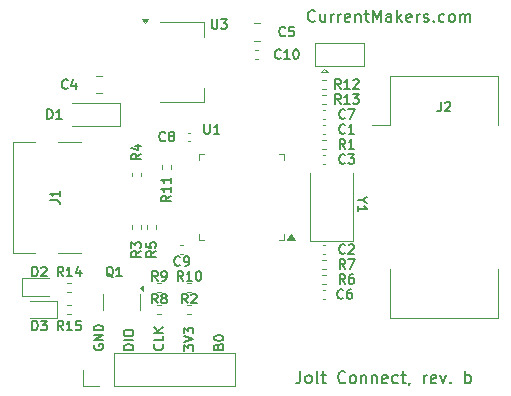
<source format=gto>
%TF.GenerationSoftware,KiCad,Pcbnew,9.0.4+dfsg-1*%
%TF.CreationDate,2025-10-02T09:05:41+08:00*%
%TF.ProjectId,stlink,73746c69-6e6b-42e6-9b69-6361645f7063,b*%
%TF.SameCoordinates,Original*%
%TF.FileFunction,Legend,Top*%
%TF.FilePolarity,Positive*%
%FSLAX45Y45*%
G04 Gerber Fmt 4.5, Leading zero omitted, Abs format (unit mm)*
G04 Created by KiCad (PCBNEW 9.0.4+dfsg-1) date 2025-10-02 09:05:41*
%MOMM*%
%LPD*%
G01*
G04 APERTURE LIST*
%ADD10C,0.150000*%
%ADD11C,0.120000*%
G04 APERTURE END LIST*
D10*
X11395110Y-10136170D02*
X11398920Y-10139979D01*
X11398920Y-10139979D02*
X11402729Y-10151408D01*
X11402729Y-10151408D02*
X11402729Y-10159027D01*
X11402729Y-10159027D02*
X11398920Y-10170455D01*
X11398920Y-10170455D02*
X11391301Y-10178074D01*
X11391301Y-10178074D02*
X11383682Y-10181884D01*
X11383682Y-10181884D02*
X11368444Y-10185694D01*
X11368444Y-10185694D02*
X11357015Y-10185694D01*
X11357015Y-10185694D02*
X11341777Y-10181884D01*
X11341777Y-10181884D02*
X11334158Y-10178074D01*
X11334158Y-10178074D02*
X11326539Y-10170455D01*
X11326539Y-10170455D02*
X11322729Y-10159027D01*
X11322729Y-10159027D02*
X11322729Y-10151408D01*
X11322729Y-10151408D02*
X11326539Y-10139979D01*
X11326539Y-10139979D02*
X11330348Y-10136170D01*
X11402729Y-10063789D02*
X11402729Y-10101884D01*
X11402729Y-10101884D02*
X11322729Y-10101884D01*
X11402729Y-10037122D02*
X11322729Y-10037122D01*
X11402729Y-9991408D02*
X11357015Y-10025694D01*
X11322729Y-9991408D02*
X11368444Y-10037122D01*
X11148730Y-10181884D02*
X11068730Y-10181884D01*
X11068730Y-10181884D02*
X11068730Y-10162836D01*
X11068730Y-10162836D02*
X11072539Y-10151408D01*
X11072539Y-10151408D02*
X11080158Y-10143789D01*
X11080158Y-10143789D02*
X11087777Y-10139979D01*
X11087777Y-10139979D02*
X11103015Y-10136170D01*
X11103015Y-10136170D02*
X11114444Y-10136170D01*
X11114444Y-10136170D02*
X11129682Y-10139979D01*
X11129682Y-10139979D02*
X11137301Y-10143789D01*
X11137301Y-10143789D02*
X11144920Y-10151408D01*
X11144920Y-10151408D02*
X11148730Y-10162836D01*
X11148730Y-10162836D02*
X11148730Y-10181884D01*
X11148730Y-10101884D02*
X11068730Y-10101884D01*
X11068730Y-10048551D02*
X11068730Y-10033313D01*
X11068730Y-10033313D02*
X11072539Y-10025694D01*
X11072539Y-10025694D02*
X11080158Y-10018074D01*
X11080158Y-10018074D02*
X11095396Y-10014265D01*
X11095396Y-10014265D02*
X11122063Y-10014265D01*
X11122063Y-10014265D02*
X11137301Y-10018074D01*
X11137301Y-10018074D02*
X11144920Y-10025694D01*
X11144920Y-10025694D02*
X11148730Y-10033313D01*
X11148730Y-10033313D02*
X11148730Y-10048551D01*
X11148730Y-10048551D02*
X11144920Y-10056170D01*
X11144920Y-10056170D02*
X11137301Y-10063789D01*
X11137301Y-10063789D02*
X11122063Y-10067598D01*
X11122063Y-10067598D02*
X11095396Y-10067598D01*
X11095396Y-10067598D02*
X11080158Y-10063789D01*
X11080158Y-10063789D02*
X11072539Y-10056170D01*
X11072539Y-10056170D02*
X11068730Y-10048551D01*
X12561726Y-10364482D02*
X12561726Y-10435910D01*
X12561726Y-10435910D02*
X12556965Y-10450196D01*
X12556965Y-10450196D02*
X12547441Y-10459720D01*
X12547441Y-10459720D02*
X12533155Y-10464482D01*
X12533155Y-10464482D02*
X12523631Y-10464482D01*
X12623631Y-10464482D02*
X12614107Y-10459720D01*
X12614107Y-10459720D02*
X12609346Y-10454958D01*
X12609346Y-10454958D02*
X12604584Y-10445434D01*
X12604584Y-10445434D02*
X12604584Y-10416863D01*
X12604584Y-10416863D02*
X12609346Y-10407339D01*
X12609346Y-10407339D02*
X12614107Y-10402577D01*
X12614107Y-10402577D02*
X12623631Y-10397815D01*
X12623631Y-10397815D02*
X12637917Y-10397815D01*
X12637917Y-10397815D02*
X12647441Y-10402577D01*
X12647441Y-10402577D02*
X12652203Y-10407339D01*
X12652203Y-10407339D02*
X12656965Y-10416863D01*
X12656965Y-10416863D02*
X12656965Y-10445434D01*
X12656965Y-10445434D02*
X12652203Y-10454958D01*
X12652203Y-10454958D02*
X12647441Y-10459720D01*
X12647441Y-10459720D02*
X12637917Y-10464482D01*
X12637917Y-10464482D02*
X12623631Y-10464482D01*
X12714107Y-10464482D02*
X12704584Y-10459720D01*
X12704584Y-10459720D02*
X12699822Y-10450196D01*
X12699822Y-10450196D02*
X12699822Y-10364482D01*
X12737917Y-10397815D02*
X12776012Y-10397815D01*
X12752203Y-10364482D02*
X12752203Y-10450196D01*
X12752203Y-10450196D02*
X12756965Y-10459720D01*
X12756965Y-10459720D02*
X12766488Y-10464482D01*
X12766488Y-10464482D02*
X12776012Y-10464482D01*
X12942679Y-10454958D02*
X12937917Y-10459720D01*
X12937917Y-10459720D02*
X12923631Y-10464482D01*
X12923631Y-10464482D02*
X12914108Y-10464482D01*
X12914108Y-10464482D02*
X12899822Y-10459720D01*
X12899822Y-10459720D02*
X12890298Y-10450196D01*
X12890298Y-10450196D02*
X12885536Y-10440672D01*
X12885536Y-10440672D02*
X12880774Y-10421625D01*
X12880774Y-10421625D02*
X12880774Y-10407339D01*
X12880774Y-10407339D02*
X12885536Y-10388291D01*
X12885536Y-10388291D02*
X12890298Y-10378768D01*
X12890298Y-10378768D02*
X12899822Y-10369244D01*
X12899822Y-10369244D02*
X12914108Y-10364482D01*
X12914108Y-10364482D02*
X12923631Y-10364482D01*
X12923631Y-10364482D02*
X12937917Y-10369244D01*
X12937917Y-10369244D02*
X12942679Y-10374006D01*
X12999822Y-10464482D02*
X12990298Y-10459720D01*
X12990298Y-10459720D02*
X12985536Y-10454958D01*
X12985536Y-10454958D02*
X12980774Y-10445434D01*
X12980774Y-10445434D02*
X12980774Y-10416863D01*
X12980774Y-10416863D02*
X12985536Y-10407339D01*
X12985536Y-10407339D02*
X12990298Y-10402577D01*
X12990298Y-10402577D02*
X12999822Y-10397815D01*
X12999822Y-10397815D02*
X13014108Y-10397815D01*
X13014108Y-10397815D02*
X13023631Y-10402577D01*
X13023631Y-10402577D02*
X13028393Y-10407339D01*
X13028393Y-10407339D02*
X13033155Y-10416863D01*
X13033155Y-10416863D02*
X13033155Y-10445434D01*
X13033155Y-10445434D02*
X13028393Y-10454958D01*
X13028393Y-10454958D02*
X13023631Y-10459720D01*
X13023631Y-10459720D02*
X13014108Y-10464482D01*
X13014108Y-10464482D02*
X12999822Y-10464482D01*
X13076012Y-10397815D02*
X13076012Y-10464482D01*
X13076012Y-10407339D02*
X13080774Y-10402577D01*
X13080774Y-10402577D02*
X13090298Y-10397815D01*
X13090298Y-10397815D02*
X13104584Y-10397815D01*
X13104584Y-10397815D02*
X13114108Y-10402577D01*
X13114108Y-10402577D02*
X13118869Y-10412101D01*
X13118869Y-10412101D02*
X13118869Y-10464482D01*
X13166489Y-10397815D02*
X13166489Y-10464482D01*
X13166489Y-10407339D02*
X13171250Y-10402577D01*
X13171250Y-10402577D02*
X13180774Y-10397815D01*
X13180774Y-10397815D02*
X13195060Y-10397815D01*
X13195060Y-10397815D02*
X13204584Y-10402577D01*
X13204584Y-10402577D02*
X13209346Y-10412101D01*
X13209346Y-10412101D02*
X13209346Y-10464482D01*
X13295060Y-10459720D02*
X13285536Y-10464482D01*
X13285536Y-10464482D02*
X13266489Y-10464482D01*
X13266489Y-10464482D02*
X13256965Y-10459720D01*
X13256965Y-10459720D02*
X13252203Y-10450196D01*
X13252203Y-10450196D02*
X13252203Y-10412101D01*
X13252203Y-10412101D02*
X13256965Y-10402577D01*
X13256965Y-10402577D02*
X13266489Y-10397815D01*
X13266489Y-10397815D02*
X13285536Y-10397815D01*
X13285536Y-10397815D02*
X13295060Y-10402577D01*
X13295060Y-10402577D02*
X13299822Y-10412101D01*
X13299822Y-10412101D02*
X13299822Y-10421625D01*
X13299822Y-10421625D02*
X13252203Y-10431149D01*
X13385536Y-10459720D02*
X13376012Y-10464482D01*
X13376012Y-10464482D02*
X13356965Y-10464482D01*
X13356965Y-10464482D02*
X13347441Y-10459720D01*
X13347441Y-10459720D02*
X13342679Y-10454958D01*
X13342679Y-10454958D02*
X13337917Y-10445434D01*
X13337917Y-10445434D02*
X13337917Y-10416863D01*
X13337917Y-10416863D02*
X13342679Y-10407339D01*
X13342679Y-10407339D02*
X13347441Y-10402577D01*
X13347441Y-10402577D02*
X13356965Y-10397815D01*
X13356965Y-10397815D02*
X13376012Y-10397815D01*
X13376012Y-10397815D02*
X13385536Y-10402577D01*
X13414108Y-10397815D02*
X13452203Y-10397815D01*
X13428393Y-10364482D02*
X13428393Y-10450196D01*
X13428393Y-10450196D02*
X13433155Y-10459720D01*
X13433155Y-10459720D02*
X13442679Y-10464482D01*
X13442679Y-10464482D02*
X13452203Y-10464482D01*
X13490298Y-10459720D02*
X13490298Y-10464482D01*
X13490298Y-10464482D02*
X13485536Y-10474006D01*
X13485536Y-10474006D02*
X13480774Y-10478768D01*
X13609346Y-10464482D02*
X13609346Y-10397815D01*
X13609346Y-10416863D02*
X13614108Y-10407339D01*
X13614108Y-10407339D02*
X13618870Y-10402577D01*
X13618870Y-10402577D02*
X13628393Y-10397815D01*
X13628393Y-10397815D02*
X13637917Y-10397815D01*
X13709346Y-10459720D02*
X13699822Y-10464482D01*
X13699822Y-10464482D02*
X13680774Y-10464482D01*
X13680774Y-10464482D02*
X13671251Y-10459720D01*
X13671251Y-10459720D02*
X13666489Y-10450196D01*
X13666489Y-10450196D02*
X13666489Y-10412101D01*
X13666489Y-10412101D02*
X13671251Y-10402577D01*
X13671251Y-10402577D02*
X13680774Y-10397815D01*
X13680774Y-10397815D02*
X13699822Y-10397815D01*
X13699822Y-10397815D02*
X13709346Y-10402577D01*
X13709346Y-10402577D02*
X13714108Y-10412101D01*
X13714108Y-10412101D02*
X13714108Y-10421625D01*
X13714108Y-10421625D02*
X13666489Y-10431149D01*
X13747441Y-10397815D02*
X13771251Y-10464482D01*
X13771251Y-10464482D02*
X13795060Y-10397815D01*
X13833155Y-10454958D02*
X13837917Y-10459720D01*
X13837917Y-10459720D02*
X13833155Y-10464482D01*
X13833155Y-10464482D02*
X13828393Y-10459720D01*
X13828393Y-10459720D02*
X13833155Y-10454958D01*
X13833155Y-10454958D02*
X13833155Y-10464482D01*
X13956965Y-10464482D02*
X13956965Y-10364482D01*
X13956965Y-10402577D02*
X13966489Y-10397815D01*
X13966489Y-10397815D02*
X13985536Y-10397815D01*
X13985536Y-10397815D02*
X13995060Y-10402577D01*
X13995060Y-10402577D02*
X13999822Y-10407339D01*
X13999822Y-10407339D02*
X14004584Y-10416863D01*
X14004584Y-10416863D02*
X14004584Y-10445434D01*
X14004584Y-10445434D02*
X13999822Y-10454958D01*
X13999822Y-10454958D02*
X13995060Y-10459720D01*
X13995060Y-10459720D02*
X13985536Y-10464482D01*
X13985536Y-10464482D02*
X13966489Y-10464482D01*
X13966489Y-10464482D02*
X13956965Y-10459720D01*
X11868825Y-10155217D02*
X11872634Y-10143789D01*
X11872634Y-10143789D02*
X11876444Y-10139979D01*
X11876444Y-10139979D02*
X11884063Y-10136170D01*
X11884063Y-10136170D02*
X11895491Y-10136170D01*
X11895491Y-10136170D02*
X11903110Y-10139979D01*
X11903110Y-10139979D02*
X11906920Y-10143789D01*
X11906920Y-10143789D02*
X11910729Y-10151408D01*
X11910729Y-10151408D02*
X11910729Y-10181884D01*
X11910729Y-10181884D02*
X11830729Y-10181884D01*
X11830729Y-10181884D02*
X11830729Y-10155217D01*
X11830729Y-10155217D02*
X11834539Y-10147598D01*
X11834539Y-10147598D02*
X11838348Y-10143789D01*
X11838348Y-10143789D02*
X11845968Y-10139979D01*
X11845968Y-10139979D02*
X11853587Y-10139979D01*
X11853587Y-10139979D02*
X11861206Y-10143789D01*
X11861206Y-10143789D02*
X11865015Y-10147598D01*
X11865015Y-10147598D02*
X11868825Y-10155217D01*
X11868825Y-10155217D02*
X11868825Y-10181884D01*
X11830729Y-10086646D02*
X11830729Y-10079027D01*
X11830729Y-10079027D02*
X11834539Y-10071408D01*
X11834539Y-10071408D02*
X11838348Y-10067598D01*
X11838348Y-10067598D02*
X11845968Y-10063789D01*
X11845968Y-10063789D02*
X11861206Y-10059979D01*
X11861206Y-10059979D02*
X11880253Y-10059979D01*
X11880253Y-10059979D02*
X11895491Y-10063789D01*
X11895491Y-10063789D02*
X11903110Y-10067598D01*
X11903110Y-10067598D02*
X11906920Y-10071408D01*
X11906920Y-10071408D02*
X11910729Y-10079027D01*
X11910729Y-10079027D02*
X11910729Y-10086646D01*
X11910729Y-10086646D02*
X11906920Y-10094265D01*
X11906920Y-10094265D02*
X11903110Y-10098074D01*
X11903110Y-10098074D02*
X11895491Y-10101884D01*
X11895491Y-10101884D02*
X11880253Y-10105694D01*
X11880253Y-10105694D02*
X11861206Y-10105694D01*
X11861206Y-10105694D02*
X11845968Y-10101884D01*
X11845968Y-10101884D02*
X11838348Y-10098074D01*
X11838348Y-10098074D02*
X11834539Y-10094265D01*
X11834539Y-10094265D02*
X11830729Y-10086646D01*
X10818539Y-10141179D02*
X10814730Y-10148798D01*
X10814730Y-10148798D02*
X10814730Y-10160227D01*
X10814730Y-10160227D02*
X10818539Y-10171655D01*
X10818539Y-10171655D02*
X10826158Y-10179274D01*
X10826158Y-10179274D02*
X10833777Y-10183084D01*
X10833777Y-10183084D02*
X10849015Y-10186894D01*
X10849015Y-10186894D02*
X10860444Y-10186894D01*
X10860444Y-10186894D02*
X10875682Y-10183084D01*
X10875682Y-10183084D02*
X10883301Y-10179274D01*
X10883301Y-10179274D02*
X10890920Y-10171655D01*
X10890920Y-10171655D02*
X10894730Y-10160227D01*
X10894730Y-10160227D02*
X10894730Y-10152608D01*
X10894730Y-10152608D02*
X10890920Y-10141179D01*
X10890920Y-10141179D02*
X10887110Y-10137370D01*
X10887110Y-10137370D02*
X10860444Y-10137370D01*
X10860444Y-10137370D02*
X10860444Y-10152608D01*
X10894730Y-10103084D02*
X10814730Y-10103084D01*
X10814730Y-10103084D02*
X10894730Y-10057370D01*
X10894730Y-10057370D02*
X10814730Y-10057370D01*
X10894730Y-10019274D02*
X10814730Y-10019274D01*
X10814730Y-10019274D02*
X10814730Y-10000227D01*
X10814730Y-10000227D02*
X10818539Y-9988798D01*
X10818539Y-9988798D02*
X10826158Y-9981179D01*
X10826158Y-9981179D02*
X10833777Y-9977370D01*
X10833777Y-9977370D02*
X10849015Y-9973560D01*
X10849015Y-9973560D02*
X10860444Y-9973560D01*
X10860444Y-9973560D02*
X10875682Y-9977370D01*
X10875682Y-9977370D02*
X10883301Y-9981179D01*
X10883301Y-9981179D02*
X10890920Y-9988798D01*
X10890920Y-9988798D02*
X10894730Y-10000227D01*
X10894730Y-10000227D02*
X10894730Y-10019274D01*
X11576729Y-10189503D02*
X11576729Y-10139979D01*
X11576729Y-10139979D02*
X11607206Y-10166646D01*
X11607206Y-10166646D02*
X11607206Y-10155217D01*
X11607206Y-10155217D02*
X11611015Y-10147598D01*
X11611015Y-10147598D02*
X11614825Y-10143789D01*
X11614825Y-10143789D02*
X11622444Y-10139979D01*
X11622444Y-10139979D02*
X11641491Y-10139979D01*
X11641491Y-10139979D02*
X11649110Y-10143789D01*
X11649110Y-10143789D02*
X11652920Y-10147598D01*
X11652920Y-10147598D02*
X11656729Y-10155217D01*
X11656729Y-10155217D02*
X11656729Y-10178074D01*
X11656729Y-10178074D02*
X11652920Y-10185694D01*
X11652920Y-10185694D02*
X11649110Y-10189503D01*
X11576729Y-10117122D02*
X11656729Y-10090455D01*
X11656729Y-10090455D02*
X11576729Y-10063789D01*
X11576729Y-10044741D02*
X11576729Y-9995217D01*
X11576729Y-9995217D02*
X11607206Y-10021884D01*
X11607206Y-10021884D02*
X11607206Y-10010455D01*
X11607206Y-10010455D02*
X11611015Y-10002836D01*
X11611015Y-10002836D02*
X11614825Y-9999027D01*
X11614825Y-9999027D02*
X11622444Y-9995217D01*
X11622444Y-9995217D02*
X11641491Y-9995217D01*
X11641491Y-9995217D02*
X11649110Y-9999027D01*
X11649110Y-9999027D02*
X11652920Y-10002836D01*
X11652920Y-10002836D02*
X11656729Y-10010455D01*
X11656729Y-10010455D02*
X11656729Y-10033313D01*
X11656729Y-10033313D02*
X11652920Y-10040932D01*
X11652920Y-10040932D02*
X11649110Y-10044741D01*
X12685536Y-7396958D02*
X12680774Y-7401720D01*
X12680774Y-7401720D02*
X12666488Y-7406482D01*
X12666488Y-7406482D02*
X12656965Y-7406482D01*
X12656965Y-7406482D02*
X12642679Y-7401720D01*
X12642679Y-7401720D02*
X12633155Y-7392196D01*
X12633155Y-7392196D02*
X12628393Y-7382672D01*
X12628393Y-7382672D02*
X12623631Y-7363625D01*
X12623631Y-7363625D02*
X12623631Y-7349339D01*
X12623631Y-7349339D02*
X12628393Y-7330291D01*
X12628393Y-7330291D02*
X12633155Y-7320768D01*
X12633155Y-7320768D02*
X12642679Y-7311244D01*
X12642679Y-7311244D02*
X12656965Y-7306482D01*
X12656965Y-7306482D02*
X12666488Y-7306482D01*
X12666488Y-7306482D02*
X12680774Y-7311244D01*
X12680774Y-7311244D02*
X12685536Y-7316006D01*
X12771250Y-7339815D02*
X12771250Y-7406482D01*
X12728393Y-7339815D02*
X12728393Y-7392196D01*
X12728393Y-7392196D02*
X12733155Y-7401720D01*
X12733155Y-7401720D02*
X12742679Y-7406482D01*
X12742679Y-7406482D02*
X12756965Y-7406482D01*
X12756965Y-7406482D02*
X12766488Y-7401720D01*
X12766488Y-7401720D02*
X12771250Y-7396958D01*
X12818869Y-7406482D02*
X12818869Y-7339815D01*
X12818869Y-7358863D02*
X12823631Y-7349339D01*
X12823631Y-7349339D02*
X12828393Y-7344577D01*
X12828393Y-7344577D02*
X12837917Y-7339815D01*
X12837917Y-7339815D02*
X12847441Y-7339815D01*
X12880774Y-7406482D02*
X12880774Y-7339815D01*
X12880774Y-7358863D02*
X12885536Y-7349339D01*
X12885536Y-7349339D02*
X12890298Y-7344577D01*
X12890298Y-7344577D02*
X12899822Y-7339815D01*
X12899822Y-7339815D02*
X12909346Y-7339815D01*
X12980774Y-7401720D02*
X12971250Y-7406482D01*
X12971250Y-7406482D02*
X12952203Y-7406482D01*
X12952203Y-7406482D02*
X12942679Y-7401720D01*
X12942679Y-7401720D02*
X12937917Y-7392196D01*
X12937917Y-7392196D02*
X12937917Y-7354101D01*
X12937917Y-7354101D02*
X12942679Y-7344577D01*
X12942679Y-7344577D02*
X12952203Y-7339815D01*
X12952203Y-7339815D02*
X12971250Y-7339815D01*
X12971250Y-7339815D02*
X12980774Y-7344577D01*
X12980774Y-7344577D02*
X12985536Y-7354101D01*
X12985536Y-7354101D02*
X12985536Y-7363625D01*
X12985536Y-7363625D02*
X12937917Y-7373148D01*
X13028393Y-7339815D02*
X13028393Y-7406482D01*
X13028393Y-7349339D02*
X13033155Y-7344577D01*
X13033155Y-7344577D02*
X13042679Y-7339815D01*
X13042679Y-7339815D02*
X13056965Y-7339815D01*
X13056965Y-7339815D02*
X13066489Y-7344577D01*
X13066489Y-7344577D02*
X13071250Y-7354101D01*
X13071250Y-7354101D02*
X13071250Y-7406482D01*
X13104584Y-7339815D02*
X13142679Y-7339815D01*
X13118870Y-7306482D02*
X13118870Y-7392196D01*
X13118870Y-7392196D02*
X13123631Y-7401720D01*
X13123631Y-7401720D02*
X13133155Y-7406482D01*
X13133155Y-7406482D02*
X13142679Y-7406482D01*
X13176012Y-7406482D02*
X13176012Y-7306482D01*
X13176012Y-7306482D02*
X13209346Y-7377910D01*
X13209346Y-7377910D02*
X13242679Y-7306482D01*
X13242679Y-7306482D02*
X13242679Y-7406482D01*
X13333155Y-7406482D02*
X13333155Y-7354101D01*
X13333155Y-7354101D02*
X13328393Y-7344577D01*
X13328393Y-7344577D02*
X13318870Y-7339815D01*
X13318870Y-7339815D02*
X13299822Y-7339815D01*
X13299822Y-7339815D02*
X13290298Y-7344577D01*
X13333155Y-7401720D02*
X13323631Y-7406482D01*
X13323631Y-7406482D02*
X13299822Y-7406482D01*
X13299822Y-7406482D02*
X13290298Y-7401720D01*
X13290298Y-7401720D02*
X13285536Y-7392196D01*
X13285536Y-7392196D02*
X13285536Y-7382672D01*
X13285536Y-7382672D02*
X13290298Y-7373148D01*
X13290298Y-7373148D02*
X13299822Y-7368387D01*
X13299822Y-7368387D02*
X13323631Y-7368387D01*
X13323631Y-7368387D02*
X13333155Y-7363625D01*
X13380774Y-7406482D02*
X13380774Y-7306482D01*
X13390298Y-7368387D02*
X13418870Y-7406482D01*
X13418870Y-7339815D02*
X13380774Y-7377910D01*
X13499822Y-7401720D02*
X13490298Y-7406482D01*
X13490298Y-7406482D02*
X13471251Y-7406482D01*
X13471251Y-7406482D02*
X13461727Y-7401720D01*
X13461727Y-7401720D02*
X13456965Y-7392196D01*
X13456965Y-7392196D02*
X13456965Y-7354101D01*
X13456965Y-7354101D02*
X13461727Y-7344577D01*
X13461727Y-7344577D02*
X13471251Y-7339815D01*
X13471251Y-7339815D02*
X13490298Y-7339815D01*
X13490298Y-7339815D02*
X13499822Y-7344577D01*
X13499822Y-7344577D02*
X13504584Y-7354101D01*
X13504584Y-7354101D02*
X13504584Y-7363625D01*
X13504584Y-7363625D02*
X13456965Y-7373148D01*
X13547441Y-7406482D02*
X13547441Y-7339815D01*
X13547441Y-7358863D02*
X13552203Y-7349339D01*
X13552203Y-7349339D02*
X13556965Y-7344577D01*
X13556965Y-7344577D02*
X13566489Y-7339815D01*
X13566489Y-7339815D02*
X13576012Y-7339815D01*
X13604584Y-7401720D02*
X13614108Y-7406482D01*
X13614108Y-7406482D02*
X13633155Y-7406482D01*
X13633155Y-7406482D02*
X13642679Y-7401720D01*
X13642679Y-7401720D02*
X13647441Y-7392196D01*
X13647441Y-7392196D02*
X13647441Y-7387434D01*
X13647441Y-7387434D02*
X13642679Y-7377910D01*
X13642679Y-7377910D02*
X13633155Y-7373148D01*
X13633155Y-7373148D02*
X13618870Y-7373148D01*
X13618870Y-7373148D02*
X13609346Y-7368387D01*
X13609346Y-7368387D02*
X13604584Y-7358863D01*
X13604584Y-7358863D02*
X13604584Y-7354101D01*
X13604584Y-7354101D02*
X13609346Y-7344577D01*
X13609346Y-7344577D02*
X13618870Y-7339815D01*
X13618870Y-7339815D02*
X13633155Y-7339815D01*
X13633155Y-7339815D02*
X13642679Y-7344577D01*
X13690298Y-7396958D02*
X13695060Y-7401720D01*
X13695060Y-7401720D02*
X13690298Y-7406482D01*
X13690298Y-7406482D02*
X13685536Y-7401720D01*
X13685536Y-7401720D02*
X13690298Y-7396958D01*
X13690298Y-7396958D02*
X13690298Y-7406482D01*
X13780774Y-7401720D02*
X13771251Y-7406482D01*
X13771251Y-7406482D02*
X13752203Y-7406482D01*
X13752203Y-7406482D02*
X13742679Y-7401720D01*
X13742679Y-7401720D02*
X13737917Y-7396958D01*
X13737917Y-7396958D02*
X13733155Y-7387434D01*
X13733155Y-7387434D02*
X13733155Y-7358863D01*
X13733155Y-7358863D02*
X13737917Y-7349339D01*
X13737917Y-7349339D02*
X13742679Y-7344577D01*
X13742679Y-7344577D02*
X13752203Y-7339815D01*
X13752203Y-7339815D02*
X13771251Y-7339815D01*
X13771251Y-7339815D02*
X13780774Y-7344577D01*
X13837917Y-7406482D02*
X13828393Y-7401720D01*
X13828393Y-7401720D02*
X13823632Y-7396958D01*
X13823632Y-7396958D02*
X13818870Y-7387434D01*
X13818870Y-7387434D02*
X13818870Y-7358863D01*
X13818870Y-7358863D02*
X13823632Y-7349339D01*
X13823632Y-7349339D02*
X13828393Y-7344577D01*
X13828393Y-7344577D02*
X13837917Y-7339815D01*
X13837917Y-7339815D02*
X13852203Y-7339815D01*
X13852203Y-7339815D02*
X13861727Y-7344577D01*
X13861727Y-7344577D02*
X13866489Y-7349339D01*
X13866489Y-7349339D02*
X13871251Y-7358863D01*
X13871251Y-7358863D02*
X13871251Y-7387434D01*
X13871251Y-7387434D02*
X13866489Y-7396958D01*
X13866489Y-7396958D02*
X13861727Y-7401720D01*
X13861727Y-7401720D02*
X13852203Y-7406482D01*
X13852203Y-7406482D02*
X13837917Y-7406482D01*
X13914108Y-7406482D02*
X13914108Y-7339815D01*
X13914108Y-7349339D02*
X13918870Y-7344577D01*
X13918870Y-7344577D02*
X13928393Y-7339815D01*
X13928393Y-7339815D02*
X13942679Y-7339815D01*
X13942679Y-7339815D02*
X13952203Y-7344577D01*
X13952203Y-7344577D02*
X13956965Y-7354101D01*
X13956965Y-7354101D02*
X13956965Y-7406482D01*
X13956965Y-7354101D02*
X13961727Y-7344577D01*
X13961727Y-7344577D02*
X13971251Y-7339815D01*
X13971251Y-7339815D02*
X13985536Y-7339815D01*
X13985536Y-7339815D02*
X13995060Y-7344577D01*
X13995060Y-7344577D02*
X13999822Y-7354101D01*
X13999822Y-7354101D02*
X13999822Y-7406482D01*
X10591167Y-7966110D02*
X10587357Y-7969920D01*
X10587357Y-7969920D02*
X10575929Y-7973729D01*
X10575929Y-7973729D02*
X10568310Y-7973729D01*
X10568310Y-7973729D02*
X10556881Y-7969920D01*
X10556881Y-7969920D02*
X10549262Y-7962301D01*
X10549262Y-7962301D02*
X10545452Y-7954682D01*
X10545452Y-7954682D02*
X10541643Y-7939444D01*
X10541643Y-7939444D02*
X10541643Y-7928015D01*
X10541643Y-7928015D02*
X10545452Y-7912777D01*
X10545452Y-7912777D02*
X10549262Y-7905158D01*
X10549262Y-7905158D02*
X10556881Y-7897539D01*
X10556881Y-7897539D02*
X10568310Y-7893729D01*
X10568310Y-7893729D02*
X10575929Y-7893729D01*
X10575929Y-7893729D02*
X10587357Y-7897539D01*
X10587357Y-7897539D02*
X10591167Y-7901348D01*
X10659738Y-7920396D02*
X10659738Y-7973729D01*
X10640691Y-7889920D02*
X10621643Y-7947063D01*
X10621643Y-7947063D02*
X10671167Y-7947063D01*
X12432667Y-7521610D02*
X12428857Y-7525420D01*
X12428857Y-7525420D02*
X12417429Y-7529229D01*
X12417429Y-7529229D02*
X12409809Y-7529229D01*
X12409809Y-7529229D02*
X12398381Y-7525420D01*
X12398381Y-7525420D02*
X12390762Y-7517801D01*
X12390762Y-7517801D02*
X12386952Y-7510182D01*
X12386952Y-7510182D02*
X12383143Y-7494944D01*
X12383143Y-7494944D02*
X12383143Y-7483515D01*
X12383143Y-7483515D02*
X12386952Y-7468277D01*
X12386952Y-7468277D02*
X12390762Y-7460658D01*
X12390762Y-7460658D02*
X12398381Y-7453039D01*
X12398381Y-7453039D02*
X12409809Y-7449229D01*
X12409809Y-7449229D02*
X12417429Y-7449229D01*
X12417429Y-7449229D02*
X12428857Y-7453039D01*
X12428857Y-7453039D02*
X12432667Y-7456848D01*
X12505048Y-7449229D02*
X12466952Y-7449229D01*
X12466952Y-7449229D02*
X12463143Y-7487325D01*
X12463143Y-7487325D02*
X12466952Y-7483515D01*
X12466952Y-7483515D02*
X12474571Y-7479706D01*
X12474571Y-7479706D02*
X12493619Y-7479706D01*
X12493619Y-7479706D02*
X12501238Y-7483515D01*
X12501238Y-7483515D02*
X12505048Y-7487325D01*
X12505048Y-7487325D02*
X12508857Y-7494944D01*
X12508857Y-7494944D02*
X12508857Y-7513991D01*
X12508857Y-7513991D02*
X12505048Y-7521610D01*
X12505048Y-7521610D02*
X12501238Y-7525420D01*
X12501238Y-7525420D02*
X12493619Y-7529229D01*
X12493619Y-7529229D02*
X12474571Y-7529229D01*
X12474571Y-7529229D02*
X12466952Y-7525420D01*
X12466952Y-7525420D02*
X12463143Y-7521610D01*
X11339229Y-9347833D02*
X11301134Y-9374500D01*
X11339229Y-9393548D02*
X11259229Y-9393548D01*
X11259229Y-9393548D02*
X11259229Y-9363071D01*
X11259229Y-9363071D02*
X11263039Y-9355452D01*
X11263039Y-9355452D02*
X11266848Y-9351643D01*
X11266848Y-9351643D02*
X11274468Y-9347833D01*
X11274468Y-9347833D02*
X11285896Y-9347833D01*
X11285896Y-9347833D02*
X11293515Y-9351643D01*
X11293515Y-9351643D02*
X11297325Y-9355452D01*
X11297325Y-9355452D02*
X11301134Y-9363071D01*
X11301134Y-9363071D02*
X11301134Y-9393548D01*
X11259229Y-9275452D02*
X11259229Y-9313548D01*
X11259229Y-9313548D02*
X11297325Y-9317357D01*
X11297325Y-9317357D02*
X11293515Y-9313548D01*
X11293515Y-9313548D02*
X11289706Y-9305929D01*
X11289706Y-9305929D02*
X11289706Y-9286881D01*
X11289706Y-9286881D02*
X11293515Y-9279262D01*
X11293515Y-9279262D02*
X11297325Y-9275452D01*
X11297325Y-9275452D02*
X11304944Y-9271643D01*
X11304944Y-9271643D02*
X11323991Y-9271643D01*
X11323991Y-9271643D02*
X11331610Y-9275452D01*
X11331610Y-9275452D02*
X11335420Y-9279262D01*
X11335420Y-9279262D02*
X11339229Y-9286881D01*
X11339229Y-9286881D02*
X11339229Y-9305929D01*
X11339229Y-9305929D02*
X11335420Y-9313548D01*
X11335420Y-9313548D02*
X11331610Y-9317357D01*
X12925167Y-9744110D02*
X12921357Y-9747920D01*
X12921357Y-9747920D02*
X12909929Y-9751730D01*
X12909929Y-9751730D02*
X12902309Y-9751730D01*
X12902309Y-9751730D02*
X12890881Y-9747920D01*
X12890881Y-9747920D02*
X12883262Y-9740301D01*
X12883262Y-9740301D02*
X12879452Y-9732682D01*
X12879452Y-9732682D02*
X12875643Y-9717444D01*
X12875643Y-9717444D02*
X12875643Y-9706015D01*
X12875643Y-9706015D02*
X12879452Y-9690777D01*
X12879452Y-9690777D02*
X12883262Y-9683158D01*
X12883262Y-9683158D02*
X12890881Y-9675539D01*
X12890881Y-9675539D02*
X12902309Y-9671730D01*
X12902309Y-9671730D02*
X12909929Y-9671730D01*
X12909929Y-9671730D02*
X12921357Y-9675539D01*
X12921357Y-9675539D02*
X12925167Y-9679349D01*
X12993738Y-9671730D02*
X12978500Y-9671730D01*
X12978500Y-9671730D02*
X12970881Y-9675539D01*
X12970881Y-9675539D02*
X12967071Y-9679349D01*
X12967071Y-9679349D02*
X12959452Y-9690777D01*
X12959452Y-9690777D02*
X12955643Y-9706015D01*
X12955643Y-9706015D02*
X12955643Y-9736491D01*
X12955643Y-9736491D02*
X12959452Y-9744110D01*
X12959452Y-9744110D02*
X12963262Y-9747920D01*
X12963262Y-9747920D02*
X12970881Y-9751730D01*
X12970881Y-9751730D02*
X12986119Y-9751730D01*
X12986119Y-9751730D02*
X12993738Y-9747920D01*
X12993738Y-9747920D02*
X12997548Y-9744110D01*
X12997548Y-9744110D02*
X13001357Y-9736491D01*
X13001357Y-9736491D02*
X13001357Y-9717444D01*
X13001357Y-9717444D02*
X12997548Y-9709825D01*
X12997548Y-9709825D02*
X12993738Y-9706015D01*
X12993738Y-9706015D02*
X12986119Y-9702206D01*
X12986119Y-9702206D02*
X12970881Y-9702206D01*
X12970881Y-9702206D02*
X12963262Y-9706015D01*
X12963262Y-9706015D02*
X12959452Y-9709825D01*
X12959452Y-9709825D02*
X12955643Y-9717444D01*
X12940667Y-8220110D02*
X12936857Y-8223920D01*
X12936857Y-8223920D02*
X12925429Y-8227729D01*
X12925429Y-8227729D02*
X12917809Y-8227729D01*
X12917809Y-8227729D02*
X12906381Y-8223920D01*
X12906381Y-8223920D02*
X12898762Y-8216301D01*
X12898762Y-8216301D02*
X12894952Y-8208682D01*
X12894952Y-8208682D02*
X12891143Y-8193444D01*
X12891143Y-8193444D02*
X12891143Y-8182015D01*
X12891143Y-8182015D02*
X12894952Y-8166777D01*
X12894952Y-8166777D02*
X12898762Y-8159158D01*
X12898762Y-8159158D02*
X12906381Y-8151539D01*
X12906381Y-8151539D02*
X12917809Y-8147729D01*
X12917809Y-8147729D02*
X12925429Y-8147729D01*
X12925429Y-8147729D02*
X12936857Y-8151539D01*
X12936857Y-8151539D02*
X12940667Y-8155348D01*
X12967333Y-8147729D02*
X13020667Y-8147729D01*
X13020667Y-8147729D02*
X12986381Y-8227729D01*
X11416667Y-8410610D02*
X11412857Y-8414420D01*
X11412857Y-8414420D02*
X11401429Y-8418230D01*
X11401429Y-8418230D02*
X11393809Y-8418230D01*
X11393809Y-8418230D02*
X11382381Y-8414420D01*
X11382381Y-8414420D02*
X11374762Y-8406801D01*
X11374762Y-8406801D02*
X11370952Y-8399182D01*
X11370952Y-8399182D02*
X11367143Y-8383944D01*
X11367143Y-8383944D02*
X11367143Y-8372515D01*
X11367143Y-8372515D02*
X11370952Y-8357277D01*
X11370952Y-8357277D02*
X11374762Y-8349658D01*
X11374762Y-8349658D02*
X11382381Y-8342039D01*
X11382381Y-8342039D02*
X11393809Y-8338229D01*
X11393809Y-8338229D02*
X11401429Y-8338229D01*
X11401429Y-8338229D02*
X11412857Y-8342039D01*
X11412857Y-8342039D02*
X11416667Y-8345848D01*
X11462381Y-8372515D02*
X11454762Y-8368706D01*
X11454762Y-8368706D02*
X11450952Y-8364896D01*
X11450952Y-8364896D02*
X11447143Y-8357277D01*
X11447143Y-8357277D02*
X11447143Y-8353468D01*
X11447143Y-8353468D02*
X11450952Y-8345848D01*
X11450952Y-8345848D02*
X11454762Y-8342039D01*
X11454762Y-8342039D02*
X11462381Y-8338229D01*
X11462381Y-8338229D02*
X11477619Y-8338229D01*
X11477619Y-8338229D02*
X11485238Y-8342039D01*
X11485238Y-8342039D02*
X11489048Y-8345848D01*
X11489048Y-8345848D02*
X11492857Y-8353468D01*
X11492857Y-8353468D02*
X11492857Y-8357277D01*
X11492857Y-8357277D02*
X11489048Y-8364896D01*
X11489048Y-8364896D02*
X11485238Y-8368706D01*
X11485238Y-8368706D02*
X11477619Y-8372515D01*
X11477619Y-8372515D02*
X11462381Y-8372515D01*
X11462381Y-8372515D02*
X11454762Y-8376325D01*
X11454762Y-8376325D02*
X11450952Y-8380134D01*
X11450952Y-8380134D02*
X11447143Y-8387753D01*
X11447143Y-8387753D02*
X11447143Y-8402991D01*
X11447143Y-8402991D02*
X11450952Y-8410610D01*
X11450952Y-8410610D02*
X11454762Y-8414420D01*
X11454762Y-8414420D02*
X11462381Y-8418230D01*
X11462381Y-8418230D02*
X11477619Y-8418230D01*
X11477619Y-8418230D02*
X11485238Y-8414420D01*
X11485238Y-8414420D02*
X11489048Y-8410610D01*
X11489048Y-8410610D02*
X11492857Y-8402991D01*
X11492857Y-8402991D02*
X11492857Y-8387753D01*
X11492857Y-8387753D02*
X11489048Y-8380134D01*
X11489048Y-8380134D02*
X11485238Y-8376325D01*
X11485238Y-8376325D02*
X11477619Y-8372515D01*
X11543667Y-9464710D02*
X11539857Y-9468520D01*
X11539857Y-9468520D02*
X11528429Y-9472330D01*
X11528429Y-9472330D02*
X11520809Y-9472330D01*
X11520809Y-9472330D02*
X11509381Y-9468520D01*
X11509381Y-9468520D02*
X11501762Y-9460901D01*
X11501762Y-9460901D02*
X11497952Y-9453282D01*
X11497952Y-9453282D02*
X11494143Y-9438044D01*
X11494143Y-9438044D02*
X11494143Y-9426615D01*
X11494143Y-9426615D02*
X11497952Y-9411377D01*
X11497952Y-9411377D02*
X11501762Y-9403758D01*
X11501762Y-9403758D02*
X11509381Y-9396139D01*
X11509381Y-9396139D02*
X11520809Y-9392330D01*
X11520809Y-9392330D02*
X11528429Y-9392330D01*
X11528429Y-9392330D02*
X11539857Y-9396139D01*
X11539857Y-9396139D02*
X11543667Y-9399949D01*
X11581762Y-9472330D02*
X11597000Y-9472330D01*
X11597000Y-9472330D02*
X11604619Y-9468520D01*
X11604619Y-9468520D02*
X11608429Y-9464710D01*
X11608429Y-9464710D02*
X11616048Y-9453282D01*
X11616048Y-9453282D02*
X11619857Y-9438044D01*
X11619857Y-9438044D02*
X11619857Y-9407568D01*
X11619857Y-9407568D02*
X11616048Y-9399949D01*
X11616048Y-9399949D02*
X11612238Y-9396139D01*
X11612238Y-9396139D02*
X11604619Y-9392330D01*
X11604619Y-9392330D02*
X11589381Y-9392330D01*
X11589381Y-9392330D02*
X11581762Y-9396139D01*
X11581762Y-9396139D02*
X11577952Y-9399949D01*
X11577952Y-9399949D02*
X11574143Y-9407568D01*
X11574143Y-9407568D02*
X11574143Y-9426615D01*
X11574143Y-9426615D02*
X11577952Y-9434234D01*
X11577952Y-9434234D02*
X11581762Y-9438044D01*
X11581762Y-9438044D02*
X11589381Y-9441853D01*
X11589381Y-9441853D02*
X11604619Y-9441853D01*
X11604619Y-9441853D02*
X11612238Y-9438044D01*
X11612238Y-9438044D02*
X11616048Y-9434234D01*
X11616048Y-9434234D02*
X11619857Y-9426615D01*
X13752833Y-8084229D02*
X13752833Y-8141372D01*
X13752833Y-8141372D02*
X13749024Y-8152801D01*
X13749024Y-8152801D02*
X13741405Y-8160420D01*
X13741405Y-8160420D02*
X13729976Y-8164229D01*
X13729976Y-8164229D02*
X13722357Y-8164229D01*
X13787119Y-8091848D02*
X13790929Y-8088039D01*
X13790929Y-8088039D02*
X13798548Y-8084229D01*
X13798548Y-8084229D02*
X13817595Y-8084229D01*
X13817595Y-8084229D02*
X13825214Y-8088039D01*
X13825214Y-8088039D02*
X13829024Y-8091848D01*
X13829024Y-8091848D02*
X13832833Y-8099468D01*
X13832833Y-8099468D02*
X13832833Y-8107087D01*
X13832833Y-8107087D02*
X13829024Y-8118515D01*
X13829024Y-8118515D02*
X13783309Y-8164229D01*
X13783309Y-8164229D02*
X13832833Y-8164229D01*
X12940667Y-9363110D02*
X12936857Y-9366920D01*
X12936857Y-9366920D02*
X12925429Y-9370730D01*
X12925429Y-9370730D02*
X12917809Y-9370730D01*
X12917809Y-9370730D02*
X12906381Y-9366920D01*
X12906381Y-9366920D02*
X12898762Y-9359301D01*
X12898762Y-9359301D02*
X12894952Y-9351682D01*
X12894952Y-9351682D02*
X12891143Y-9336444D01*
X12891143Y-9336444D02*
X12891143Y-9325015D01*
X12891143Y-9325015D02*
X12894952Y-9309777D01*
X12894952Y-9309777D02*
X12898762Y-9302158D01*
X12898762Y-9302158D02*
X12906381Y-9294539D01*
X12906381Y-9294539D02*
X12917809Y-9290730D01*
X12917809Y-9290730D02*
X12925429Y-9290730D01*
X12925429Y-9290730D02*
X12936857Y-9294539D01*
X12936857Y-9294539D02*
X12940667Y-9298349D01*
X12971143Y-9298349D02*
X12974952Y-9294539D01*
X12974952Y-9294539D02*
X12982571Y-9290730D01*
X12982571Y-9290730D02*
X13001619Y-9290730D01*
X13001619Y-9290730D02*
X13009238Y-9294539D01*
X13009238Y-9294539D02*
X13013048Y-9298349D01*
X13013048Y-9298349D02*
X13016857Y-9305968D01*
X13016857Y-9305968D02*
X13016857Y-9313587D01*
X13016857Y-9313587D02*
X13013048Y-9325015D01*
X13013048Y-9325015D02*
X12967333Y-9370730D01*
X12967333Y-9370730D02*
X13016857Y-9370730D01*
X12940667Y-8601110D02*
X12936857Y-8604920D01*
X12936857Y-8604920D02*
X12925429Y-8608730D01*
X12925429Y-8608730D02*
X12917809Y-8608730D01*
X12917809Y-8608730D02*
X12906381Y-8604920D01*
X12906381Y-8604920D02*
X12898762Y-8597301D01*
X12898762Y-8597301D02*
X12894952Y-8589682D01*
X12894952Y-8589682D02*
X12891143Y-8574444D01*
X12891143Y-8574444D02*
X12891143Y-8563015D01*
X12891143Y-8563015D02*
X12894952Y-8547777D01*
X12894952Y-8547777D02*
X12898762Y-8540158D01*
X12898762Y-8540158D02*
X12906381Y-8532539D01*
X12906381Y-8532539D02*
X12917809Y-8528730D01*
X12917809Y-8528730D02*
X12925429Y-8528730D01*
X12925429Y-8528730D02*
X12936857Y-8532539D01*
X12936857Y-8532539D02*
X12940667Y-8536349D01*
X12967333Y-8528730D02*
X13016857Y-8528730D01*
X13016857Y-8528730D02*
X12990190Y-8559206D01*
X12990190Y-8559206D02*
X13001619Y-8559206D01*
X13001619Y-8559206D02*
X13009238Y-8563015D01*
X13009238Y-8563015D02*
X13013048Y-8566825D01*
X13013048Y-8566825D02*
X13016857Y-8574444D01*
X13016857Y-8574444D02*
X13016857Y-8593491D01*
X13016857Y-8593491D02*
X13013048Y-8601110D01*
X13013048Y-8601110D02*
X13009238Y-8604920D01*
X13009238Y-8604920D02*
X13001619Y-8608730D01*
X13001619Y-8608730D02*
X12978762Y-8608730D01*
X12978762Y-8608730D02*
X12971143Y-8604920D01*
X12971143Y-8604920D02*
X12967333Y-8601110D01*
X10291452Y-9561230D02*
X10291452Y-9481230D01*
X10291452Y-9481230D02*
X10310500Y-9481230D01*
X10310500Y-9481230D02*
X10321929Y-9485039D01*
X10321929Y-9485039D02*
X10329548Y-9492658D01*
X10329548Y-9492658D02*
X10333357Y-9500277D01*
X10333357Y-9500277D02*
X10337167Y-9515515D01*
X10337167Y-9515515D02*
X10337167Y-9526944D01*
X10337167Y-9526944D02*
X10333357Y-9542182D01*
X10333357Y-9542182D02*
X10329548Y-9549801D01*
X10329548Y-9549801D02*
X10321929Y-9557420D01*
X10321929Y-9557420D02*
X10310500Y-9561230D01*
X10310500Y-9561230D02*
X10291452Y-9561230D01*
X10367643Y-9488849D02*
X10371452Y-9485039D01*
X10371452Y-9485039D02*
X10379071Y-9481230D01*
X10379071Y-9481230D02*
X10398119Y-9481230D01*
X10398119Y-9481230D02*
X10405738Y-9485039D01*
X10405738Y-9485039D02*
X10409548Y-9488849D01*
X10409548Y-9488849D02*
X10413357Y-9496468D01*
X10413357Y-9496468D02*
X10413357Y-9504087D01*
X10413357Y-9504087D02*
X10409548Y-9515515D01*
X10409548Y-9515515D02*
X10363833Y-9561230D01*
X10363833Y-9561230D02*
X10413357Y-9561230D01*
X10291452Y-10018430D02*
X10291452Y-9938430D01*
X10291452Y-9938430D02*
X10310500Y-9938430D01*
X10310500Y-9938430D02*
X10321929Y-9942239D01*
X10321929Y-9942239D02*
X10329548Y-9949858D01*
X10329548Y-9949858D02*
X10333357Y-9957477D01*
X10333357Y-9957477D02*
X10337167Y-9972715D01*
X10337167Y-9972715D02*
X10337167Y-9984144D01*
X10337167Y-9984144D02*
X10333357Y-9999382D01*
X10333357Y-9999382D02*
X10329548Y-10007001D01*
X10329548Y-10007001D02*
X10321929Y-10014620D01*
X10321929Y-10014620D02*
X10310500Y-10018430D01*
X10310500Y-10018430D02*
X10291452Y-10018430D01*
X10363833Y-9938430D02*
X10413357Y-9938430D01*
X10413357Y-9938430D02*
X10386691Y-9968906D01*
X10386691Y-9968906D02*
X10398119Y-9968906D01*
X10398119Y-9968906D02*
X10405738Y-9972715D01*
X10405738Y-9972715D02*
X10409548Y-9976525D01*
X10409548Y-9976525D02*
X10413357Y-9984144D01*
X10413357Y-9984144D02*
X10413357Y-10003191D01*
X10413357Y-10003191D02*
X10409548Y-10010810D01*
X10409548Y-10010810D02*
X10405738Y-10014620D01*
X10405738Y-10014620D02*
X10398119Y-10018430D01*
X10398119Y-10018430D02*
X10375262Y-10018430D01*
X10375262Y-10018430D02*
X10367643Y-10014620D01*
X10367643Y-10014620D02*
X10363833Y-10010810D01*
X10553071Y-9561230D02*
X10526405Y-9523134D01*
X10507357Y-9561230D02*
X10507357Y-9481230D01*
X10507357Y-9481230D02*
X10537833Y-9481230D01*
X10537833Y-9481230D02*
X10545452Y-9485039D01*
X10545452Y-9485039D02*
X10549262Y-9488849D01*
X10549262Y-9488849D02*
X10553071Y-9496468D01*
X10553071Y-9496468D02*
X10553071Y-9507896D01*
X10553071Y-9507896D02*
X10549262Y-9515515D01*
X10549262Y-9515515D02*
X10545452Y-9519325D01*
X10545452Y-9519325D02*
X10537833Y-9523134D01*
X10537833Y-9523134D02*
X10507357Y-9523134D01*
X10629262Y-9561230D02*
X10583548Y-9561230D01*
X10606405Y-9561230D02*
X10606405Y-9481230D01*
X10606405Y-9481230D02*
X10598786Y-9492658D01*
X10598786Y-9492658D02*
X10591167Y-9500277D01*
X10591167Y-9500277D02*
X10583548Y-9504087D01*
X10697833Y-9507896D02*
X10697833Y-9561230D01*
X10678786Y-9477420D02*
X10659738Y-9534563D01*
X10659738Y-9534563D02*
X10709262Y-9534563D01*
X10418452Y-8227729D02*
X10418452Y-8147729D01*
X10418452Y-8147729D02*
X10437500Y-8147729D01*
X10437500Y-8147729D02*
X10448929Y-8151539D01*
X10448929Y-8151539D02*
X10456548Y-8159158D01*
X10456548Y-8159158D02*
X10460357Y-8166777D01*
X10460357Y-8166777D02*
X10464167Y-8182015D01*
X10464167Y-8182015D02*
X10464167Y-8193444D01*
X10464167Y-8193444D02*
X10460357Y-8208682D01*
X10460357Y-8208682D02*
X10456548Y-8216301D01*
X10456548Y-8216301D02*
X10448929Y-8223920D01*
X10448929Y-8223920D02*
X10437500Y-8227729D01*
X10437500Y-8227729D02*
X10418452Y-8227729D01*
X10540357Y-8227729D02*
X10494643Y-8227729D01*
X10517500Y-8227729D02*
X10517500Y-8147729D01*
X10517500Y-8147729D02*
X10509881Y-8159158D01*
X10509881Y-8159158D02*
X10502262Y-8166777D01*
X10502262Y-8166777D02*
X10494643Y-8170587D01*
X11750048Y-8274729D02*
X11750048Y-8339491D01*
X11750048Y-8339491D02*
X11753857Y-8347110D01*
X11753857Y-8347110D02*
X11757667Y-8350920D01*
X11757667Y-8350920D02*
X11765286Y-8354729D01*
X11765286Y-8354729D02*
X11780524Y-8354729D01*
X11780524Y-8354729D02*
X11788143Y-8350920D01*
X11788143Y-8350920D02*
X11791952Y-8347110D01*
X11791952Y-8347110D02*
X11795762Y-8339491D01*
X11795762Y-8339491D02*
X11795762Y-8274729D01*
X11875762Y-8354729D02*
X11830047Y-8354729D01*
X11852905Y-8354729D02*
X11852905Y-8274729D01*
X11852905Y-8274729D02*
X11845286Y-8286158D01*
X11845286Y-8286158D02*
X11837667Y-8293777D01*
X11837667Y-8293777D02*
X11830047Y-8297587D01*
X12940667Y-8347110D02*
X12936857Y-8350920D01*
X12936857Y-8350920D02*
X12925429Y-8354729D01*
X12925429Y-8354729D02*
X12917809Y-8354729D01*
X12917809Y-8354729D02*
X12906381Y-8350920D01*
X12906381Y-8350920D02*
X12898762Y-8343301D01*
X12898762Y-8343301D02*
X12894952Y-8335682D01*
X12894952Y-8335682D02*
X12891143Y-8320444D01*
X12891143Y-8320444D02*
X12891143Y-8309015D01*
X12891143Y-8309015D02*
X12894952Y-8293777D01*
X12894952Y-8293777D02*
X12898762Y-8286158D01*
X12898762Y-8286158D02*
X12906381Y-8278539D01*
X12906381Y-8278539D02*
X12917809Y-8274729D01*
X12917809Y-8274729D02*
X12925429Y-8274729D01*
X12925429Y-8274729D02*
X12936857Y-8278539D01*
X12936857Y-8278539D02*
X12940667Y-8282348D01*
X13016857Y-8354729D02*
X12971143Y-8354729D01*
X12994000Y-8354729D02*
X12994000Y-8274729D01*
X12994000Y-8274729D02*
X12986381Y-8286158D01*
X12986381Y-8286158D02*
X12978762Y-8293777D01*
X12978762Y-8293777D02*
X12971143Y-8297587D01*
X12940667Y-8481730D02*
X12914000Y-8443634D01*
X12894952Y-8481730D02*
X12894952Y-8401730D01*
X12894952Y-8401730D02*
X12925429Y-8401730D01*
X12925429Y-8401730D02*
X12933048Y-8405539D01*
X12933048Y-8405539D02*
X12936857Y-8409349D01*
X12936857Y-8409349D02*
X12940667Y-8416968D01*
X12940667Y-8416968D02*
X12940667Y-8428396D01*
X12940667Y-8428396D02*
X12936857Y-8436015D01*
X12936857Y-8436015D02*
X12933048Y-8439825D01*
X12933048Y-8439825D02*
X12925429Y-8443634D01*
X12925429Y-8443634D02*
X12894952Y-8443634D01*
X13016857Y-8481730D02*
X12971143Y-8481730D01*
X12994000Y-8481730D02*
X12994000Y-8401730D01*
X12994000Y-8401730D02*
X12986381Y-8413158D01*
X12986381Y-8413158D02*
X12978762Y-8420777D01*
X12978762Y-8420777D02*
X12971143Y-8424587D01*
X11607167Y-9789830D02*
X11580500Y-9751734D01*
X11561452Y-9789830D02*
X11561452Y-9709830D01*
X11561452Y-9709830D02*
X11591929Y-9709830D01*
X11591929Y-9709830D02*
X11599548Y-9713639D01*
X11599548Y-9713639D02*
X11603357Y-9717449D01*
X11603357Y-9717449D02*
X11607167Y-9725068D01*
X11607167Y-9725068D02*
X11607167Y-9736496D01*
X11607167Y-9736496D02*
X11603357Y-9744115D01*
X11603357Y-9744115D02*
X11599548Y-9747925D01*
X11599548Y-9747925D02*
X11591929Y-9751734D01*
X11591929Y-9751734D02*
X11561452Y-9751734D01*
X11637643Y-9717449D02*
X11641452Y-9713639D01*
X11641452Y-9713639D02*
X11649071Y-9709830D01*
X11649071Y-9709830D02*
X11668119Y-9709830D01*
X11668119Y-9709830D02*
X11675738Y-9713639D01*
X11675738Y-9713639D02*
X11679548Y-9717449D01*
X11679548Y-9717449D02*
X11683357Y-9725068D01*
X11683357Y-9725068D02*
X11683357Y-9732687D01*
X11683357Y-9732687D02*
X11679548Y-9744115D01*
X11679548Y-9744115D02*
X11633833Y-9789830D01*
X11633833Y-9789830D02*
X11683357Y-9789830D01*
X11466229Y-8877929D02*
X11428134Y-8904595D01*
X11466229Y-8923643D02*
X11386229Y-8923643D01*
X11386229Y-8923643D02*
X11386229Y-8893167D01*
X11386229Y-8893167D02*
X11390039Y-8885548D01*
X11390039Y-8885548D02*
X11393848Y-8881738D01*
X11393848Y-8881738D02*
X11401468Y-8877929D01*
X11401468Y-8877929D02*
X11412896Y-8877929D01*
X11412896Y-8877929D02*
X11420515Y-8881738D01*
X11420515Y-8881738D02*
X11424325Y-8885548D01*
X11424325Y-8885548D02*
X11428134Y-8893167D01*
X11428134Y-8893167D02*
X11428134Y-8923643D01*
X11466229Y-8801738D02*
X11466229Y-8847452D01*
X11466229Y-8824595D02*
X11386229Y-8824595D01*
X11386229Y-8824595D02*
X11397658Y-8832214D01*
X11397658Y-8832214D02*
X11405277Y-8839833D01*
X11405277Y-8839833D02*
X11409087Y-8847452D01*
X11466229Y-8725548D02*
X11466229Y-8771262D01*
X11466229Y-8748405D02*
X11386229Y-8748405D01*
X11386229Y-8748405D02*
X11397658Y-8756024D01*
X11397658Y-8756024D02*
X11405277Y-8763643D01*
X11405277Y-8763643D02*
X11409087Y-8771262D01*
X10977881Y-9568849D02*
X10970262Y-9565039D01*
X10970262Y-9565039D02*
X10962643Y-9557420D01*
X10962643Y-9557420D02*
X10951214Y-9545991D01*
X10951214Y-9545991D02*
X10943595Y-9542182D01*
X10943595Y-9542182D02*
X10935976Y-9542182D01*
X10939786Y-9561230D02*
X10932167Y-9557420D01*
X10932167Y-9557420D02*
X10924548Y-9549801D01*
X10924548Y-9549801D02*
X10920738Y-9534563D01*
X10920738Y-9534563D02*
X10920738Y-9507896D01*
X10920738Y-9507896D02*
X10924548Y-9492658D01*
X10924548Y-9492658D02*
X10932167Y-9485039D01*
X10932167Y-9485039D02*
X10939786Y-9481230D01*
X10939786Y-9481230D02*
X10955024Y-9481230D01*
X10955024Y-9481230D02*
X10962643Y-9485039D01*
X10962643Y-9485039D02*
X10970262Y-9492658D01*
X10970262Y-9492658D02*
X10974071Y-9507896D01*
X10974071Y-9507896D02*
X10974071Y-9534563D01*
X10974071Y-9534563D02*
X10970262Y-9549801D01*
X10970262Y-9549801D02*
X10962643Y-9557420D01*
X10962643Y-9557420D02*
X10955024Y-9561230D01*
X10955024Y-9561230D02*
X10939786Y-9561230D01*
X11050262Y-9561230D02*
X11004548Y-9561230D01*
X11027405Y-9561230D02*
X11027405Y-9481230D01*
X11027405Y-9481230D02*
X11019786Y-9492658D01*
X11019786Y-9492658D02*
X11012167Y-9500277D01*
X11012167Y-9500277D02*
X11004548Y-9504087D01*
X11353167Y-9789830D02*
X11326500Y-9751734D01*
X11307452Y-9789830D02*
X11307452Y-9709830D01*
X11307452Y-9709830D02*
X11337929Y-9709830D01*
X11337929Y-9709830D02*
X11345548Y-9713639D01*
X11345548Y-9713639D02*
X11349357Y-9717449D01*
X11349357Y-9717449D02*
X11353167Y-9725068D01*
X11353167Y-9725068D02*
X11353167Y-9736496D01*
X11353167Y-9736496D02*
X11349357Y-9744115D01*
X11349357Y-9744115D02*
X11345548Y-9747925D01*
X11345548Y-9747925D02*
X11337929Y-9751734D01*
X11337929Y-9751734D02*
X11307452Y-9751734D01*
X11398881Y-9744115D02*
X11391262Y-9740306D01*
X11391262Y-9740306D02*
X11387452Y-9736496D01*
X11387452Y-9736496D02*
X11383643Y-9728877D01*
X11383643Y-9728877D02*
X11383643Y-9725068D01*
X11383643Y-9725068D02*
X11387452Y-9717449D01*
X11387452Y-9717449D02*
X11391262Y-9713639D01*
X11391262Y-9713639D02*
X11398881Y-9709830D01*
X11398881Y-9709830D02*
X11414119Y-9709830D01*
X11414119Y-9709830D02*
X11421738Y-9713639D01*
X11421738Y-9713639D02*
X11425548Y-9717449D01*
X11425548Y-9717449D02*
X11429357Y-9725068D01*
X11429357Y-9725068D02*
X11429357Y-9728877D01*
X11429357Y-9728877D02*
X11425548Y-9736496D01*
X11425548Y-9736496D02*
X11421738Y-9740306D01*
X11421738Y-9740306D02*
X11414119Y-9744115D01*
X11414119Y-9744115D02*
X11398881Y-9744115D01*
X11398881Y-9744115D02*
X11391262Y-9747925D01*
X11391262Y-9747925D02*
X11387452Y-9751734D01*
X11387452Y-9751734D02*
X11383643Y-9759353D01*
X11383643Y-9759353D02*
X11383643Y-9774591D01*
X11383643Y-9774591D02*
X11387452Y-9782210D01*
X11387452Y-9782210D02*
X11391262Y-9786020D01*
X11391262Y-9786020D02*
X11398881Y-9789830D01*
X11398881Y-9789830D02*
X11414119Y-9789830D01*
X11414119Y-9789830D02*
X11421738Y-9786020D01*
X11421738Y-9786020D02*
X11425548Y-9782210D01*
X11425548Y-9782210D02*
X11429357Y-9774591D01*
X11429357Y-9774591D02*
X11429357Y-9759353D01*
X11429357Y-9759353D02*
X11425548Y-9751734D01*
X11425548Y-9751734D02*
X11421738Y-9747925D01*
X11421738Y-9747925D02*
X11414119Y-9744115D01*
X11353167Y-9599330D02*
X11326500Y-9561234D01*
X11307452Y-9599330D02*
X11307452Y-9519330D01*
X11307452Y-9519330D02*
X11337929Y-9519330D01*
X11337929Y-9519330D02*
X11345548Y-9523139D01*
X11345548Y-9523139D02*
X11349357Y-9526949D01*
X11349357Y-9526949D02*
X11353167Y-9534568D01*
X11353167Y-9534568D02*
X11353167Y-9545996D01*
X11353167Y-9545996D02*
X11349357Y-9553615D01*
X11349357Y-9553615D02*
X11345548Y-9557425D01*
X11345548Y-9557425D02*
X11337929Y-9561234D01*
X11337929Y-9561234D02*
X11307452Y-9561234D01*
X11391262Y-9599330D02*
X11406500Y-9599330D01*
X11406500Y-9599330D02*
X11414119Y-9595520D01*
X11414119Y-9595520D02*
X11417929Y-9591710D01*
X11417929Y-9591710D02*
X11425548Y-9580282D01*
X11425548Y-9580282D02*
X11429357Y-9565044D01*
X11429357Y-9565044D02*
X11429357Y-9534568D01*
X11429357Y-9534568D02*
X11425548Y-9526949D01*
X11425548Y-9526949D02*
X11421738Y-9523139D01*
X11421738Y-9523139D02*
X11414119Y-9519330D01*
X11414119Y-9519330D02*
X11398881Y-9519330D01*
X11398881Y-9519330D02*
X11391262Y-9523139D01*
X11391262Y-9523139D02*
X11387452Y-9526949D01*
X11387452Y-9526949D02*
X11383643Y-9534568D01*
X11383643Y-9534568D02*
X11383643Y-9553615D01*
X11383643Y-9553615D02*
X11387452Y-9561234D01*
X11387452Y-9561234D02*
X11391262Y-9565044D01*
X11391262Y-9565044D02*
X11398881Y-9568853D01*
X11398881Y-9568853D02*
X11414119Y-9568853D01*
X11414119Y-9568853D02*
X11421738Y-9565044D01*
X11421738Y-9565044D02*
X11425548Y-9561234D01*
X11425548Y-9561234D02*
X11429357Y-9553615D01*
X12940667Y-9624730D02*
X12914000Y-9586634D01*
X12894952Y-9624730D02*
X12894952Y-9544730D01*
X12894952Y-9544730D02*
X12925429Y-9544730D01*
X12925429Y-9544730D02*
X12933048Y-9548539D01*
X12933048Y-9548539D02*
X12936857Y-9552349D01*
X12936857Y-9552349D02*
X12940667Y-9559968D01*
X12940667Y-9559968D02*
X12940667Y-9571396D01*
X12940667Y-9571396D02*
X12936857Y-9579015D01*
X12936857Y-9579015D02*
X12933048Y-9582825D01*
X12933048Y-9582825D02*
X12925429Y-9586634D01*
X12925429Y-9586634D02*
X12894952Y-9586634D01*
X13009238Y-9544730D02*
X12994000Y-9544730D01*
X12994000Y-9544730D02*
X12986381Y-9548539D01*
X12986381Y-9548539D02*
X12982571Y-9552349D01*
X12982571Y-9552349D02*
X12974952Y-9563777D01*
X12974952Y-9563777D02*
X12971143Y-9579015D01*
X12971143Y-9579015D02*
X12971143Y-9609491D01*
X12971143Y-9609491D02*
X12974952Y-9617110D01*
X12974952Y-9617110D02*
X12978762Y-9620920D01*
X12978762Y-9620920D02*
X12986381Y-9624730D01*
X12986381Y-9624730D02*
X13001619Y-9624730D01*
X13001619Y-9624730D02*
X13009238Y-9620920D01*
X13009238Y-9620920D02*
X13013048Y-9617110D01*
X13013048Y-9617110D02*
X13016857Y-9609491D01*
X13016857Y-9609491D02*
X13016857Y-9590444D01*
X13016857Y-9590444D02*
X13013048Y-9582825D01*
X13013048Y-9582825D02*
X13009238Y-9579015D01*
X13009238Y-9579015D02*
X13001619Y-9575206D01*
X13001619Y-9575206D02*
X12986381Y-9575206D01*
X12986381Y-9575206D02*
X12978762Y-9579015D01*
X12978762Y-9579015D02*
X12974952Y-9582825D01*
X12974952Y-9582825D02*
X12971143Y-9590444D01*
X12940667Y-9497730D02*
X12914000Y-9459634D01*
X12894952Y-9497730D02*
X12894952Y-9417730D01*
X12894952Y-9417730D02*
X12925429Y-9417730D01*
X12925429Y-9417730D02*
X12933048Y-9421539D01*
X12933048Y-9421539D02*
X12936857Y-9425349D01*
X12936857Y-9425349D02*
X12940667Y-9432968D01*
X12940667Y-9432968D02*
X12940667Y-9444396D01*
X12940667Y-9444396D02*
X12936857Y-9452015D01*
X12936857Y-9452015D02*
X12933048Y-9455825D01*
X12933048Y-9455825D02*
X12925429Y-9459634D01*
X12925429Y-9459634D02*
X12894952Y-9459634D01*
X12967333Y-9417730D02*
X13020667Y-9417730D01*
X13020667Y-9417730D02*
X12986381Y-9497730D01*
X12902571Y-7973729D02*
X12875905Y-7935634D01*
X12856857Y-7973729D02*
X12856857Y-7893729D01*
X12856857Y-7893729D02*
X12887333Y-7893729D01*
X12887333Y-7893729D02*
X12894952Y-7897539D01*
X12894952Y-7897539D02*
X12898762Y-7901348D01*
X12898762Y-7901348D02*
X12902571Y-7908968D01*
X12902571Y-7908968D02*
X12902571Y-7920396D01*
X12902571Y-7920396D02*
X12898762Y-7928015D01*
X12898762Y-7928015D02*
X12894952Y-7931825D01*
X12894952Y-7931825D02*
X12887333Y-7935634D01*
X12887333Y-7935634D02*
X12856857Y-7935634D01*
X12978762Y-7973729D02*
X12933047Y-7973729D01*
X12955905Y-7973729D02*
X12955905Y-7893729D01*
X12955905Y-7893729D02*
X12948286Y-7905158D01*
X12948286Y-7905158D02*
X12940667Y-7912777D01*
X12940667Y-7912777D02*
X12933047Y-7916587D01*
X13009238Y-7901348D02*
X13013048Y-7897539D01*
X13013048Y-7897539D02*
X13020667Y-7893729D01*
X13020667Y-7893729D02*
X13039714Y-7893729D01*
X13039714Y-7893729D02*
X13047333Y-7897539D01*
X13047333Y-7897539D02*
X13051143Y-7901348D01*
X13051143Y-7901348D02*
X13054952Y-7908968D01*
X13054952Y-7908968D02*
X13054952Y-7916587D01*
X13054952Y-7916587D02*
X13051143Y-7928015D01*
X13051143Y-7928015D02*
X13005428Y-7973729D01*
X13005428Y-7973729D02*
X13054952Y-7973729D01*
X11569071Y-9599330D02*
X11542405Y-9561234D01*
X11523357Y-9599330D02*
X11523357Y-9519330D01*
X11523357Y-9519330D02*
X11553833Y-9519330D01*
X11553833Y-9519330D02*
X11561452Y-9523139D01*
X11561452Y-9523139D02*
X11565262Y-9526949D01*
X11565262Y-9526949D02*
X11569071Y-9534568D01*
X11569071Y-9534568D02*
X11569071Y-9545996D01*
X11569071Y-9545996D02*
X11565262Y-9553615D01*
X11565262Y-9553615D02*
X11561452Y-9557425D01*
X11561452Y-9557425D02*
X11553833Y-9561234D01*
X11553833Y-9561234D02*
X11523357Y-9561234D01*
X11645262Y-9599330D02*
X11599547Y-9599330D01*
X11622405Y-9599330D02*
X11622405Y-9519330D01*
X11622405Y-9519330D02*
X11614786Y-9530758D01*
X11614786Y-9530758D02*
X11607167Y-9538377D01*
X11607167Y-9538377D02*
X11599547Y-9542187D01*
X11694786Y-9519330D02*
X11702405Y-9519330D01*
X11702405Y-9519330D02*
X11710024Y-9523139D01*
X11710024Y-9523139D02*
X11713833Y-9526949D01*
X11713833Y-9526949D02*
X11717643Y-9534568D01*
X11717643Y-9534568D02*
X11721452Y-9549806D01*
X11721452Y-9549806D02*
X11721452Y-9568853D01*
X11721452Y-9568853D02*
X11717643Y-9584091D01*
X11717643Y-9584091D02*
X11713833Y-9591710D01*
X11713833Y-9591710D02*
X11710024Y-9595520D01*
X11710024Y-9595520D02*
X11702405Y-9599330D01*
X11702405Y-9599330D02*
X11694786Y-9599330D01*
X11694786Y-9599330D02*
X11687167Y-9595520D01*
X11687167Y-9595520D02*
X11683357Y-9591710D01*
X11683357Y-9591710D02*
X11679548Y-9584091D01*
X11679548Y-9584091D02*
X11675738Y-9568853D01*
X11675738Y-9568853D02*
X11675738Y-9549806D01*
X11675738Y-9549806D02*
X11679548Y-9534568D01*
X11679548Y-9534568D02*
X11683357Y-9526949D01*
X11683357Y-9526949D02*
X11687167Y-9523139D01*
X11687167Y-9523139D02*
X11694786Y-9519330D01*
X13083866Y-8915405D02*
X13045770Y-8915405D01*
X13125770Y-8888738D02*
X13083866Y-8915405D01*
X13083866Y-8915405D02*
X13125770Y-8942071D01*
X13045770Y-9010643D02*
X13045770Y-8964929D01*
X13045770Y-8987786D02*
X13125770Y-8987786D01*
X13125770Y-8987786D02*
X13114342Y-8980167D01*
X13114342Y-8980167D02*
X13106723Y-8972548D01*
X13106723Y-8972548D02*
X13102913Y-8964929D01*
X10553071Y-10018430D02*
X10526405Y-9980334D01*
X10507357Y-10018430D02*
X10507357Y-9938430D01*
X10507357Y-9938430D02*
X10537833Y-9938430D01*
X10537833Y-9938430D02*
X10545452Y-9942239D01*
X10545452Y-9942239D02*
X10549262Y-9946049D01*
X10549262Y-9946049D02*
X10553071Y-9953668D01*
X10553071Y-9953668D02*
X10553071Y-9965096D01*
X10553071Y-9965096D02*
X10549262Y-9972715D01*
X10549262Y-9972715D02*
X10545452Y-9976525D01*
X10545452Y-9976525D02*
X10537833Y-9980334D01*
X10537833Y-9980334D02*
X10507357Y-9980334D01*
X10629262Y-10018430D02*
X10583548Y-10018430D01*
X10606405Y-10018430D02*
X10606405Y-9938430D01*
X10606405Y-9938430D02*
X10598786Y-9949858D01*
X10598786Y-9949858D02*
X10591167Y-9957477D01*
X10591167Y-9957477D02*
X10583548Y-9961287D01*
X10701643Y-9938430D02*
X10663548Y-9938430D01*
X10663548Y-9938430D02*
X10659738Y-9976525D01*
X10659738Y-9976525D02*
X10663548Y-9972715D01*
X10663548Y-9972715D02*
X10671167Y-9968906D01*
X10671167Y-9968906D02*
X10690214Y-9968906D01*
X10690214Y-9968906D02*
X10697833Y-9972715D01*
X10697833Y-9972715D02*
X10701643Y-9976525D01*
X10701643Y-9976525D02*
X10705452Y-9984144D01*
X10705452Y-9984144D02*
X10705452Y-10003191D01*
X10705452Y-10003191D02*
X10701643Y-10010810D01*
X10701643Y-10010810D02*
X10697833Y-10014620D01*
X10697833Y-10014620D02*
X10690214Y-10018430D01*
X10690214Y-10018430D02*
X10671167Y-10018430D01*
X10671167Y-10018430D02*
X10663548Y-10014620D01*
X10663548Y-10014620D02*
X10659738Y-10010810D01*
X12902571Y-8100729D02*
X12875905Y-8062634D01*
X12856857Y-8100729D02*
X12856857Y-8020729D01*
X12856857Y-8020729D02*
X12887333Y-8020729D01*
X12887333Y-8020729D02*
X12894952Y-8024539D01*
X12894952Y-8024539D02*
X12898762Y-8028348D01*
X12898762Y-8028348D02*
X12902571Y-8035968D01*
X12902571Y-8035968D02*
X12902571Y-8047396D01*
X12902571Y-8047396D02*
X12898762Y-8055015D01*
X12898762Y-8055015D02*
X12894952Y-8058825D01*
X12894952Y-8058825D02*
X12887333Y-8062634D01*
X12887333Y-8062634D02*
X12856857Y-8062634D01*
X12978762Y-8100729D02*
X12933047Y-8100729D01*
X12955905Y-8100729D02*
X12955905Y-8020729D01*
X12955905Y-8020729D02*
X12948286Y-8032158D01*
X12948286Y-8032158D02*
X12940667Y-8039777D01*
X12940667Y-8039777D02*
X12933047Y-8043587D01*
X13005428Y-8020729D02*
X13054952Y-8020729D01*
X13054952Y-8020729D02*
X13028286Y-8051206D01*
X13028286Y-8051206D02*
X13039714Y-8051206D01*
X13039714Y-8051206D02*
X13047333Y-8055015D01*
X13047333Y-8055015D02*
X13051143Y-8058825D01*
X13051143Y-8058825D02*
X13054952Y-8066444D01*
X13054952Y-8066444D02*
X13054952Y-8085491D01*
X13054952Y-8085491D02*
X13051143Y-8093110D01*
X13051143Y-8093110D02*
X13047333Y-8096920D01*
X13047333Y-8096920D02*
X13039714Y-8100729D01*
X13039714Y-8100729D02*
X13016857Y-8100729D01*
X13016857Y-8100729D02*
X13009238Y-8096920D01*
X13009238Y-8096920D02*
X13005428Y-8093110D01*
X11212229Y-9347833D02*
X11174134Y-9374500D01*
X11212229Y-9393548D02*
X11132230Y-9393548D01*
X11132230Y-9393548D02*
X11132230Y-9363071D01*
X11132230Y-9363071D02*
X11136039Y-9355452D01*
X11136039Y-9355452D02*
X11139849Y-9351643D01*
X11139849Y-9351643D02*
X11147468Y-9347833D01*
X11147468Y-9347833D02*
X11158896Y-9347833D01*
X11158896Y-9347833D02*
X11166515Y-9351643D01*
X11166515Y-9351643D02*
X11170325Y-9355452D01*
X11170325Y-9355452D02*
X11174134Y-9363071D01*
X11174134Y-9363071D02*
X11174134Y-9393548D01*
X11132230Y-9321167D02*
X11132230Y-9271643D01*
X11132230Y-9271643D02*
X11162706Y-9298309D01*
X11162706Y-9298309D02*
X11162706Y-9286881D01*
X11162706Y-9286881D02*
X11166515Y-9279262D01*
X11166515Y-9279262D02*
X11170325Y-9275452D01*
X11170325Y-9275452D02*
X11177944Y-9271643D01*
X11177944Y-9271643D02*
X11196991Y-9271643D01*
X11196991Y-9271643D02*
X11204610Y-9275452D01*
X11204610Y-9275452D02*
X11208420Y-9279262D01*
X11208420Y-9279262D02*
X11212229Y-9286881D01*
X11212229Y-9286881D02*
X11212229Y-9309738D01*
X11212229Y-9309738D02*
X11208420Y-9317357D01*
X11208420Y-9317357D02*
X11204610Y-9321167D01*
X10443730Y-8916667D02*
X10500872Y-8916667D01*
X10500872Y-8916667D02*
X10512301Y-8920476D01*
X10512301Y-8920476D02*
X10519920Y-8928095D01*
X10519920Y-8928095D02*
X10523730Y-8939524D01*
X10523730Y-8939524D02*
X10523730Y-8947143D01*
X10523730Y-8836667D02*
X10523730Y-8882381D01*
X10523730Y-8859524D02*
X10443730Y-8859524D01*
X10443730Y-8859524D02*
X10455158Y-8867143D01*
X10455158Y-8867143D02*
X10462777Y-8874762D01*
X10462777Y-8874762D02*
X10466587Y-8882381D01*
X12394571Y-7712110D02*
X12390762Y-7715920D01*
X12390762Y-7715920D02*
X12379333Y-7719729D01*
X12379333Y-7719729D02*
X12371714Y-7719729D01*
X12371714Y-7719729D02*
X12360286Y-7715920D01*
X12360286Y-7715920D02*
X12352667Y-7708301D01*
X12352667Y-7708301D02*
X12348857Y-7700682D01*
X12348857Y-7700682D02*
X12345047Y-7685444D01*
X12345047Y-7685444D02*
X12345047Y-7674015D01*
X12345047Y-7674015D02*
X12348857Y-7658777D01*
X12348857Y-7658777D02*
X12352667Y-7651158D01*
X12352667Y-7651158D02*
X12360286Y-7643539D01*
X12360286Y-7643539D02*
X12371714Y-7639729D01*
X12371714Y-7639729D02*
X12379333Y-7639729D01*
X12379333Y-7639729D02*
X12390762Y-7643539D01*
X12390762Y-7643539D02*
X12394571Y-7647348D01*
X12470762Y-7719729D02*
X12425047Y-7719729D01*
X12447905Y-7719729D02*
X12447905Y-7639729D01*
X12447905Y-7639729D02*
X12440286Y-7651158D01*
X12440286Y-7651158D02*
X12432667Y-7658777D01*
X12432667Y-7658777D02*
X12425047Y-7662587D01*
X12520286Y-7639729D02*
X12527905Y-7639729D01*
X12527905Y-7639729D02*
X12535524Y-7643539D01*
X12535524Y-7643539D02*
X12539333Y-7647348D01*
X12539333Y-7647348D02*
X12543143Y-7654968D01*
X12543143Y-7654968D02*
X12546952Y-7670206D01*
X12546952Y-7670206D02*
X12546952Y-7689253D01*
X12546952Y-7689253D02*
X12543143Y-7704491D01*
X12543143Y-7704491D02*
X12539333Y-7712110D01*
X12539333Y-7712110D02*
X12535524Y-7715920D01*
X12535524Y-7715920D02*
X12527905Y-7719729D01*
X12527905Y-7719729D02*
X12520286Y-7719729D01*
X12520286Y-7719729D02*
X12512667Y-7715920D01*
X12512667Y-7715920D02*
X12508857Y-7712110D01*
X12508857Y-7712110D02*
X12505048Y-7704491D01*
X12505048Y-7704491D02*
X12501238Y-7689253D01*
X12501238Y-7689253D02*
X12501238Y-7670206D01*
X12501238Y-7670206D02*
X12505048Y-7654968D01*
X12505048Y-7654968D02*
X12508857Y-7647348D01*
X12508857Y-7647348D02*
X12512667Y-7643539D01*
X12512667Y-7643539D02*
X12520286Y-7639729D01*
X11212229Y-8522333D02*
X11174134Y-8549000D01*
X11212229Y-8568048D02*
X11132230Y-8568048D01*
X11132230Y-8568048D02*
X11132230Y-8537571D01*
X11132230Y-8537571D02*
X11136039Y-8529952D01*
X11136039Y-8529952D02*
X11139849Y-8526143D01*
X11139849Y-8526143D02*
X11147468Y-8522333D01*
X11147468Y-8522333D02*
X11158896Y-8522333D01*
X11158896Y-8522333D02*
X11166515Y-8526143D01*
X11166515Y-8526143D02*
X11170325Y-8529952D01*
X11170325Y-8529952D02*
X11174134Y-8537571D01*
X11174134Y-8537571D02*
X11174134Y-8568048D01*
X11158896Y-8453762D02*
X11212229Y-8453762D01*
X11128420Y-8472809D02*
X11185563Y-8491857D01*
X11185563Y-8491857D02*
X11185563Y-8442333D01*
X11813548Y-7385729D02*
X11813548Y-7450491D01*
X11813548Y-7450491D02*
X11817357Y-7458110D01*
X11817357Y-7458110D02*
X11821167Y-7461920D01*
X11821167Y-7461920D02*
X11828786Y-7465729D01*
X11828786Y-7465729D02*
X11844024Y-7465729D01*
X11844024Y-7465729D02*
X11851643Y-7461920D01*
X11851643Y-7461920D02*
X11855452Y-7458110D01*
X11855452Y-7458110D02*
X11859262Y-7450491D01*
X11859262Y-7450491D02*
X11859262Y-7385729D01*
X11889738Y-7385729D02*
X11939262Y-7385729D01*
X11939262Y-7385729D02*
X11912595Y-7416206D01*
X11912595Y-7416206D02*
X11924024Y-7416206D01*
X11924024Y-7416206D02*
X11931643Y-7420015D01*
X11931643Y-7420015D02*
X11935452Y-7423825D01*
X11935452Y-7423825D02*
X11939262Y-7431444D01*
X11939262Y-7431444D02*
X11939262Y-7450491D01*
X11939262Y-7450491D02*
X11935452Y-7458110D01*
X11935452Y-7458110D02*
X11931643Y-7461920D01*
X11931643Y-7461920D02*
X11924024Y-7465729D01*
X11924024Y-7465729D02*
X11901167Y-7465729D01*
X11901167Y-7465729D02*
X11893547Y-7461920D01*
X11893547Y-7461920D02*
X11889738Y-7458110D01*
D11*
%TO.C,C4*%
X10884625Y-7864000D02*
X10832375Y-7864000D01*
X10884625Y-8011000D02*
X10832375Y-8011000D01*
%TO.C,C5*%
X12165875Y-7419500D02*
X12218125Y-7419500D01*
X12165875Y-7566500D02*
X12218125Y-7566500D01*
%TO.C,R5*%
X11265000Y-9128636D02*
X11265000Y-9159364D01*
X11341000Y-9128636D02*
X11341000Y-9159364D01*
%TO.C,C6*%
X12752716Y-9679500D02*
X12774284Y-9679500D01*
X12752716Y-9751500D02*
X12774284Y-9751500D01*
%TO.C,C7*%
X12752716Y-8155500D02*
X12774284Y-8155500D01*
X12752716Y-8227500D02*
X12774284Y-8227500D01*
%TO.C,C8*%
X11631284Y-8346000D02*
X11609716Y-8346000D01*
X11631284Y-8418000D02*
X11609716Y-8418000D01*
%TO.C,C9*%
X11567784Y-9298500D02*
X11546216Y-9298500D01*
X11567784Y-9370500D02*
X11546216Y-9370500D01*
%TO.C,J2*%
X13321000Y-7863000D02*
X14238000Y-7863000D01*
X13321000Y-8281000D02*
X13171000Y-8281000D01*
X13321000Y-8281000D02*
X13321000Y-7863000D01*
X13321000Y-9499000D02*
X13321000Y-9917000D01*
X13321000Y-9917000D02*
X14238000Y-9917000D01*
X14238000Y-7863000D02*
X14238000Y-8281000D01*
X14238000Y-9917000D02*
X14238000Y-9499000D01*
%TO.C,C2*%
X12774284Y-9298500D02*
X12752716Y-9298500D01*
X12774284Y-9370500D02*
X12752716Y-9370500D01*
%TO.C,C3*%
X12774284Y-8536500D02*
X12752716Y-8536500D01*
X12774284Y-8608500D02*
X12752716Y-8608500D01*
%TO.C,D2*%
X10202000Y-9578500D02*
X10202000Y-9725500D01*
X10202000Y-9725500D02*
X10430500Y-9725500D01*
X10430500Y-9578500D02*
X10202000Y-9578500D01*
%TO.C,D3*%
X10270500Y-9916000D02*
X10499000Y-9916000D01*
X10499000Y-9769000D02*
X10270500Y-9769000D01*
X10499000Y-9916000D02*
X10499000Y-9769000D01*
%TO.C,R14*%
X10589136Y-9614000D02*
X10619864Y-9614000D01*
X10589136Y-9690000D02*
X10619864Y-9690000D01*
%TO.C,D1*%
X11031000Y-8091500D02*
X10630000Y-8091500D01*
X11031000Y-8291500D02*
X10630000Y-8291500D01*
X11031000Y-8291500D02*
X11031000Y-8091500D01*
%TO.C,U1*%
X11704000Y-8529000D02*
X11704000Y-8574000D01*
X11704000Y-9251000D02*
X11704000Y-9206000D01*
X11749000Y-8529000D02*
X11704000Y-8529000D01*
X11749000Y-9251000D02*
X11704000Y-9251000D01*
X12381000Y-8529000D02*
X12426000Y-8529000D01*
X12381000Y-9251000D02*
X12426000Y-9251000D01*
X12426000Y-8529000D02*
X12426000Y-8574000D01*
X12426000Y-9251000D02*
X12426000Y-9206000D01*
X12519000Y-9253000D02*
X12451000Y-9253000D01*
X12485000Y-9206000D01*
X12519000Y-9253000D01*
G36*
X12519000Y-9253000D02*
G01*
X12451000Y-9253000D01*
X12485000Y-9206000D01*
X12519000Y-9253000D01*
G37*
%TO.C,C1*%
X12752716Y-8282500D02*
X12774284Y-8282500D01*
X12752716Y-8354500D02*
X12774284Y-8354500D01*
%TO.C,R1*%
X12748136Y-8407500D02*
X12778864Y-8407500D01*
X12748136Y-8483500D02*
X12778864Y-8483500D01*
%TO.C,R2*%
X11605136Y-9804500D02*
X11635864Y-9804500D01*
X11605136Y-9880500D02*
X11635864Y-9880500D01*
%TO.C,R11*%
X11392000Y-8620636D02*
X11392000Y-8651364D01*
X11468000Y-8620636D02*
X11468000Y-8651364D01*
%TO.C,Q1*%
X10893000Y-9779000D02*
X10893000Y-9714000D01*
X10893000Y-9779000D02*
X10893000Y-9844000D01*
X11205000Y-9779000D02*
X11205000Y-9714000D01*
X11205000Y-9779000D02*
X11205000Y-9844000D01*
X11233000Y-9686750D02*
X11200000Y-9662750D01*
X11233000Y-9638750D01*
X11233000Y-9686750D01*
G36*
X11233000Y-9686750D02*
G01*
X11200000Y-9662750D01*
X11233000Y-9638750D01*
X11233000Y-9686750D01*
G37*
%TO.C,R8*%
X11381864Y-9804500D02*
X11351136Y-9804500D01*
X11381864Y-9880500D02*
X11351136Y-9880500D01*
%TO.C,R9*%
X11351136Y-9614000D02*
X11381864Y-9614000D01*
X11351136Y-9690000D02*
X11381864Y-9690000D01*
%TO.C,R6*%
X12778864Y-9550500D02*
X12748136Y-9550500D01*
X12778864Y-9626500D02*
X12748136Y-9626500D01*
%TO.C,R7*%
X12778864Y-9423500D02*
X12748136Y-9423500D01*
X12778864Y-9499500D02*
X12748136Y-9499500D01*
%TO.C,R12*%
X12748136Y-7899500D02*
X12778864Y-7899500D01*
X12748136Y-7975500D02*
X12778864Y-7975500D01*
%TO.C,R10*%
X11635864Y-9614000D02*
X11605136Y-9614000D01*
X11635864Y-9690000D02*
X11605136Y-9690000D01*
%TO.C,Y1*%
X12647000Y-8683500D02*
X12647000Y-9258500D01*
X12647000Y-9258500D02*
X13007000Y-9258500D01*
X13007000Y-9258500D02*
X13007000Y-8683500D01*
%TO.C,R15*%
X10619864Y-9804500D02*
X10589136Y-9804500D01*
X10619864Y-9880500D02*
X10589136Y-9880500D01*
%TO.C,JP1*%
X12688500Y-7583500D02*
X13098500Y-7583500D01*
X12688500Y-7783500D02*
X12688500Y-7583500D01*
X12733500Y-7833500D02*
X12793500Y-7833500D01*
X12763500Y-7803500D02*
X12733500Y-7833500D01*
X12763500Y-7803500D02*
X12793500Y-7833500D01*
X13098500Y-7583500D02*
X13098500Y-7783500D01*
X13098500Y-7783500D02*
X12688500Y-7783500D01*
%TO.C,R13*%
X12778864Y-8026500D02*
X12748136Y-8026500D01*
X12778864Y-8102500D02*
X12748136Y-8102500D01*
%TO.C,J3*%
X10720500Y-10488000D02*
X10720500Y-10350000D01*
X10858500Y-10488000D02*
X10720500Y-10488000D01*
X10985500Y-10212000D02*
X12012500Y-10212000D01*
X10985500Y-10488000D02*
X10985500Y-10212000D01*
X10985500Y-10488000D02*
X12012500Y-10488000D01*
X12012500Y-10488000D02*
X12012500Y-10212000D01*
%TO.C,R3*%
X11138000Y-9159364D02*
X11138000Y-9128636D01*
X11214000Y-9159364D02*
X11214000Y-9128636D01*
%TO.C,J1*%
X10128000Y-8420000D02*
X10128000Y-9360000D01*
X10318000Y-8420000D02*
X10128000Y-8420000D01*
X10318000Y-9360000D02*
X10128000Y-9360000D01*
X10708000Y-8420000D02*
X10508000Y-8420000D01*
X10708000Y-9360000D02*
X10508000Y-9360000D01*
%TO.C,C10*%
X12181216Y-7647500D02*
X12202784Y-7647500D01*
X12181216Y-7719500D02*
X12202784Y-7719500D01*
%TO.C,R4*%
X11138000Y-8684136D02*
X11138000Y-8714864D01*
X11214000Y-8684136D02*
X11214000Y-8714864D01*
%TO.C,U3*%
X11372000Y-7406000D02*
X11748000Y-7406000D01*
X11372000Y-8088000D02*
X11748000Y-8088000D01*
X11748000Y-7406000D02*
X11748000Y-7532000D01*
X11748000Y-8088000D02*
X11748000Y-7962000D01*
X11244000Y-7416000D02*
X11220000Y-7383000D01*
X11268000Y-7383000D01*
X11244000Y-7416000D01*
G36*
X11244000Y-7416000D02*
G01*
X11220000Y-7383000D01*
X11268000Y-7383000D01*
X11244000Y-7416000D01*
G37*
%TD*%
M02*

</source>
